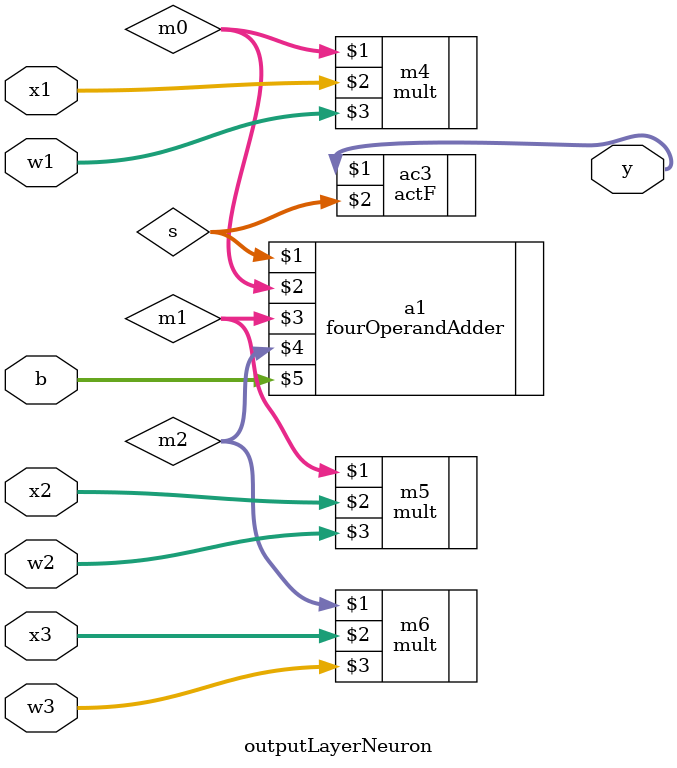
<source format=v>
`timescale 1ns / 1ps

module outputLayerNeuron(y,x1,x2,x3,w1,w2,w3,b

    );
    input [1:0]x1,x2,x3,w1,w2,w3;
    input [3:0]b;
    output [1:0]y;
    wire [3:0]m0,m1,m2;
    wire [4:0]s;
    
    mult m4 (m0,x1,w1);
    mult m5 (m1,x2,w2);
    mult m6 (m2,x3,w3);
    fourOperandAdder a1 (s,m0,m1,m2,b);
    actF ac3 (y,s);
    
    
    
endmodule

</source>
